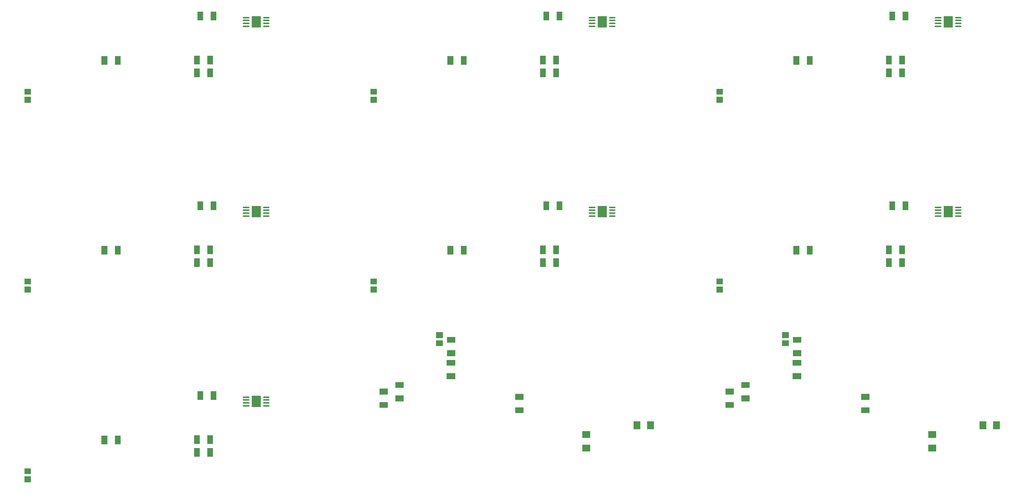
<source format=gbr>
G04 start of page 10 for group -4014 idx -4014 *
G04 Title: (unknown), bottompaste *
G04 Creator: pcb 20091103 *
G04 CreationDate: Чтв 05 Янв 2012 09:41:11 UTC *
G04 For: aml *
G04 Format: Gerber/RS-274X *
G04 PCB-Dimensions: 948000 534000 *
G04 PCB-Coordinate-Origin: lower left *
%MOIN*%
%FSLAX25Y25*%
%LNBACKPASTE*%
%ADD27R,0.0512X0.0512*%
%ADD29R,0.0600X0.0600*%
%ADD37C,0.0130*%
%ADD38R,0.0800X0.0800*%
G54D27*X665000Y111190D02*X667362D01*
X665000Y123000D02*X667362D01*
X724500Y136690D02*X726862D01*
X724500Y148500D02*X726862D01*
X715214Y173000D02*X716000D01*
X715214Y165914D02*X716000D01*
X679000Y117000D02*X681362D01*
X679000Y128810D02*X681362D01*
X785000Y106500D02*X787362D01*
X785000Y118310D02*X787362D01*
G54D29*X890138Y93500D02*Y92500D01*
X902138Y93500D02*Y92500D01*
X845000Y85000D02*X846000D01*
X845000Y73000D02*X846000D01*
G54D27*X724638Y157000D02*X727000D01*
X724638Y168810D02*X727000D01*
X359000Y111190D02*X361362D01*
X359000Y123000D02*X361362D01*
X418500Y136690D02*X420862D01*
X418500Y148500D02*X420862D01*
X409214Y173000D02*X410000D01*
X409214Y165914D02*X410000D01*
X373000Y117000D02*X375362D01*
X373000Y128810D02*X375362D01*
X479000Y106500D02*X481362D01*
X479000Y118310D02*X481362D01*
G54D29*X584138Y93500D02*Y92500D01*
X596138Y93500D02*Y92500D01*
X539000Y85000D02*X540000D01*
X539000Y73000D02*X540000D01*
G54D27*X418638Y157000D02*X421000D01*
X418638Y168810D02*X421000D01*
G54D37*X254055Y110462D02*X258661D01*
X236339D02*X240945D01*
X236339Y113021D02*X240945D01*
X236339Y115579D02*X240945D01*
X236339Y118138D02*X240945D01*
X254055D02*X258661D01*
X254055Y115579D02*X258661D01*
X254055Y113021D02*X258661D01*
G54D38*X247500Y115300D02*Y113300D01*
G54D27*X125000Y81300D02*Y78938D01*
X113190Y81300D02*Y78938D01*
X206810Y70300D02*Y67938D01*
X195000Y70300D02*Y67938D01*
X198000Y120662D02*Y118300D01*
X209810Y120662D02*Y118300D01*
X206810Y81662D02*Y79300D01*
X195000Y81662D02*Y79300D01*
X45000Y52386D02*X45786D01*
X45000Y45300D02*X45786D01*
G54D37*X866055Y278462D02*X870661D01*
X848339D02*X852945D01*
X848339Y281021D02*X852945D01*
X848339Y283579D02*X852945D01*
X848339Y286138D02*X852945D01*
X866055D02*X870661D01*
X866055Y283579D02*X870661D01*
X866055Y281021D02*X870661D01*
G54D38*X859500Y283300D02*Y281300D01*
G54D27*X737000Y249300D02*Y246938D01*
X725190Y249300D02*Y246938D01*
X818810Y238300D02*Y235938D01*
X807000Y238300D02*Y235938D01*
X810000Y288662D02*Y286300D01*
X821810Y288662D02*Y286300D01*
X818810Y249662D02*Y247300D01*
X807000Y249662D02*Y247300D01*
X657000Y220386D02*X657786D01*
X657000Y213300D02*X657786D01*
G54D37*X560055Y278462D02*X564661D01*
X542339D02*X546945D01*
X542339Y281021D02*X546945D01*
X542339Y283579D02*X546945D01*
X542339Y286138D02*X546945D01*
X560055D02*X564661D01*
X560055Y283579D02*X564661D01*
X560055Y281021D02*X564661D01*
G54D38*X553500Y283300D02*Y281300D01*
G54D27*X431000Y249300D02*Y246938D01*
X419190Y249300D02*Y246938D01*
X512810Y238300D02*Y235938D01*
X501000Y238300D02*Y235938D01*
X504000Y288662D02*Y286300D01*
X515810Y288662D02*Y286300D01*
X512810Y249662D02*Y247300D01*
X501000Y249662D02*Y247300D01*
X351000Y220386D02*X351786D01*
X351000Y213300D02*X351786D01*
G54D37*X254055Y278462D02*X258661D01*
X236339D02*X240945D01*
X236339Y281021D02*X240945D01*
X236339Y283579D02*X240945D01*
X236339Y286138D02*X240945D01*
X254055D02*X258661D01*
X254055Y283579D02*X258661D01*
X254055Y281021D02*X258661D01*
G54D38*X247500Y283300D02*Y281300D01*
G54D27*X125000Y249300D02*Y246938D01*
X113190Y249300D02*Y246938D01*
X206810Y238300D02*Y235938D01*
X195000Y238300D02*Y235938D01*
X198000Y288662D02*Y286300D01*
X209810Y288662D02*Y286300D01*
X206810Y249662D02*Y247300D01*
X195000Y249662D02*Y247300D01*
X45000Y220386D02*X45786D01*
X45000Y213300D02*X45786D01*
G54D37*X866055Y446462D02*X870661D01*
X848339D02*X852945D01*
X848339Y449021D02*X852945D01*
X848339Y451579D02*X852945D01*
X848339Y454138D02*X852945D01*
X866055D02*X870661D01*
X866055Y451579D02*X870661D01*
X866055Y449021D02*X870661D01*
G54D38*X859500Y451300D02*Y449300D01*
G54D27*X737000Y417300D02*Y414938D01*
X725190Y417300D02*Y414938D01*
X818810Y406300D02*Y403938D01*
X807000Y406300D02*Y403938D01*
X810000Y456662D02*Y454300D01*
X821810Y456662D02*Y454300D01*
X818810Y417662D02*Y415300D01*
X807000Y417662D02*Y415300D01*
X657000Y388386D02*X657786D01*
X657000Y381300D02*X657786D01*
G54D37*X560055Y446462D02*X564661D01*
X542339D02*X546945D01*
X542339Y449021D02*X546945D01*
X542339Y451579D02*X546945D01*
X542339Y454138D02*X546945D01*
X560055D02*X564661D01*
X560055Y451579D02*X564661D01*
X560055Y449021D02*X564661D01*
G54D38*X553500Y451300D02*Y449300D01*
G54D27*X431000Y417300D02*Y414938D01*
X419190Y417300D02*Y414938D01*
X512810Y406300D02*Y403938D01*
X501000Y406300D02*Y403938D01*
X504000Y456662D02*Y454300D01*
X515810Y456662D02*Y454300D01*
X512810Y417662D02*Y415300D01*
X501000Y417662D02*Y415300D01*
X351000Y388386D02*X351786D01*
X351000Y381300D02*X351786D01*
G54D37*X254055Y446462D02*X258661D01*
X236339D02*X240945D01*
X236339Y449021D02*X240945D01*
X236339Y451579D02*X240945D01*
X236339Y454138D02*X240945D01*
X254055D02*X258661D01*
X254055Y451579D02*X258661D01*
X254055Y449021D02*X258661D01*
G54D38*X247500Y451300D02*Y449300D01*
G54D27*X125000Y417300D02*Y414938D01*
X113190Y417300D02*Y414938D01*
X206810Y406300D02*Y403938D01*
X195000Y406300D02*Y403938D01*
X198000Y456662D02*Y454300D01*
X209810Y456662D02*Y454300D01*
X206810Y417662D02*Y415300D01*
X195000Y417662D02*Y415300D01*
X45000Y388386D02*X45786D01*
X45000Y381300D02*X45786D01*
M02*

</source>
